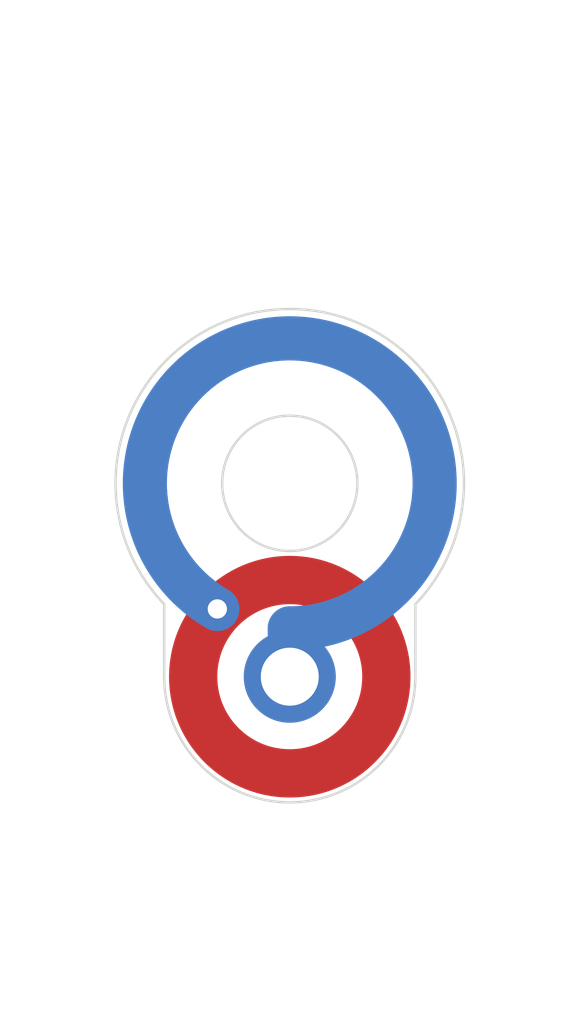
<source format=kicad_pcb>
(kicad_pcb (version 20171130) (host pcbnew "(5.1.9)-1")

  (general
    (thickness 1.6)
    (drawings 5)
    (tracks 0)
    (zones 0)
    (modules 1)
    (nets 2)
  )

  (page A4)
  (title_block
    (title "Open PCB LGR - COUPLING LOOP 4mm_6mm")
    (date 2022-07-15)
    (rev 1.0)
    (company "Bridge12 Technologies, Inc.")
    (comment 1 "X-Band Loop Gap Resonator Coupling Loop")
    (comment 4 "Timothy Keller")
  )

  (layers
    (0 F.Cu signal)
    (31 B.Cu signal)
    (32 B.Adhes user)
    (33 F.Adhes user)
    (34 B.Paste user)
    (35 F.Paste user)
    (36 B.SilkS user)
    (37 F.SilkS user)
    (38 B.Mask user)
    (39 F.Mask user)
    (40 Dwgs.User user)
    (41 Cmts.User user)
    (42 Eco1.User user)
    (43 Eco2.User user)
    (44 Edge.Cuts user)
    (45 Margin user)
    (46 B.CrtYd user)
    (47 F.CrtYd user)
    (48 B.Fab user)
    (49 F.Fab user)
  )

  (setup
    (last_trace_width 0.25)
    (user_trace_width 1.27)
    (trace_clearance 0.2)
    (zone_clearance 0.508)
    (zone_45_only no)
    (trace_min 0.2)
    (via_size 0.8)
    (via_drill 0.4)
    (via_min_size 0.4)
    (via_min_drill 0.3)
    (uvia_size 0.3)
    (uvia_drill 0.1)
    (uvias_allowed no)
    (uvia_min_size 0.2)
    (uvia_min_drill 0.1)
    (edge_width 0.05)
    (segment_width 0.2)
    (pcb_text_width 0.3)
    (pcb_text_size 1.5 1.5)
    (mod_edge_width 0.12)
    (mod_text_size 1 1)
    (mod_text_width 0.15)
    (pad_size 1.524 1.524)
    (pad_drill 0.762)
    (pad_to_mask_clearance 0)
    (aux_axis_origin 0 0)
    (visible_elements 7FFFFFFF)
    (pcbplotparams
      (layerselection 0x010fc_ffffffff)
      (usegerberextensions false)
      (usegerberattributes true)
      (usegerberadvancedattributes true)
      (creategerberjobfile true)
      (excludeedgelayer true)
      (linewidth 0.100000)
      (plotframeref false)
      (viasonmask false)
      (mode 1)
      (useauxorigin false)
      (hpglpennumber 1)
      (hpglpenspeed 20)
      (hpglpendiameter 15.000000)
      (psnegative false)
      (psa4output false)
      (plotreference true)
      (plotvalue true)
      (plotinvisibletext false)
      (padsonsilk false)
      (subtractmaskfromsilk false)
      (outputformat 1)
      (mirror false)
      (drillshape 0)
      (scaleselection 1)
      (outputdirectory "gerbers_4mm_6mm_COUPLING_LOOP_Rev1.0/"))
  )

  (net 0 "")
  (net 1 "Net-(AE1-Pad1)")

  (net_class Default "This is the default net class."
    (clearance 0.2)
    (trace_width 0.25)
    (via_dia 0.8)
    (via_drill 0.4)
    (uvia_dia 0.3)
    (uvia_drill 0.1)
    (add_net "Net-(AE1-Pad1)")
  )

  (module B12T_Open_PCB_LGR:4mm_Offset_6mm_Diameter_141-Semi-Rigid_Coupling_Loop (layer F.Cu) (tedit 624F2470) (tstamp 62D1DE67)
    (at 100 100)
    (path /610DA1B7)
    (fp_text reference AE1 (at 5.08 3.81) (layer F.SilkS) hide
      (effects (font (size 1 1) (thickness 0.15)))
    )
    (fp_text value Antenna (at 0 6.35) (layer F.Fab)
      (effects (font (size 1 1) (thickness 0.15)))
    )
    (fp_circle (center 0 0) (end 2 0) (layer F.Mask) (width 1))
    (fp_circle (center 0 0) (end 2 0) (layer F.Cu) (width 1))
    (fp_line (start 0 0) (end 0 -1) (layer B.Cu) (width 0.9144))
    (fp_arc (start 0 -4) (end 0 -1) (angle -330) (layer B.Cu) (width 0.9144))
    (pad 1 thru_hole circle (at 0 0) (size 1.905 1.905) (drill 1.2) (layers *.Cu *.Mask)
      (net 1 "Net-(AE1-Pad1)"))
    (pad 1 thru_hole circle (at -1.5 -1.401924) (size 0.508 0.508) (drill 0.39878) (layers *.Cu *.Mask)
      (net 1 "Net-(AE1-Pad1)"))
  )

  (gr_arc (start 100 96) (end 102.6 98.5) (angle -267.7533946) (layer Edge.Cuts) (width 0.05))
  (gr_circle (center 100 96) (end 101.4 96) (layer Edge.Cuts) (width 0.05))
  (gr_line (start 102.6 100) (end 102.6 98.5) (layer Edge.Cuts) (width 0.05))
  (gr_line (start 97.4 100) (end 97.4 98.5) (layer Edge.Cuts) (width 0.05))
  (gr_arc (start 100 100) (end 97.4 100) (angle -180) (layer Edge.Cuts) (width 0.05))

  (zone (net 0) (net_name "") (layer F.Mask) (tstamp 62D192FB) (hatch edge 0.508)
    (connect_pads (clearance 0.508))
    (min_thickness 0.254)
    (fill yes (arc_segments 32) (thermal_gap 0.508) (thermal_bridge_width 0.508))
    (polygon
      (pts
        (xy 106 103) (xy 94 103) (xy 94 86) (xy 106 86)
      )
    )
    (filled_polygon
      (pts
        (xy 100.382368 92.413387) (xy 100.760427 92.474131) (xy 101.129916 92.574611) (xy 101.486671 92.713694) (xy 101.826672 92.889812)
        (xy 102.146087 93.100981) (xy 102.441317 93.344821) (xy 102.709033 93.618584) (xy 102.94622 93.919185) (xy 103.150203 94.243236)
        (xy 103.318685 94.587085) (xy 103.449767 94.946858) (xy 103.541971 95.318498) (xy 103.594257 95.697819) (xy 103.606038 96.080546)
        (xy 103.57718 96.462365) (xy 103.508009 96.838973) (xy 103.399303 97.206126) (xy 103.252288 97.559686) (xy 103.068621 97.89567)
        (xy 102.850372 98.210289) (xy 102.6 98.5) (xy 102.6 100) (xy 102.579498 100.325866) (xy 102.518316 100.646594)
        (xy 102.417419 100.957124) (xy 102.278397 101.25256) (xy 102.103444 101.528242) (xy 101.895318 101.779822) (xy 101.657302 102.003334)
        (xy 101.39315 102.195253) (xy 101.107026 102.35255) (xy 100.803444 102.472747) (xy 100.487191 102.553947) (xy 100.163255 102.594869)
        (xy 99.836745 102.594869) (xy 99.512809 102.553947) (xy 99.196556 102.472747) (xy 98.892974 102.35255) (xy 98.60685 102.195253)
        (xy 98.342698 102.003334) (xy 98.104682 101.779822) (xy 97.896556 101.528242) (xy 97.721603 101.25256) (xy 97.582581 100.957124)
        (xy 97.481684 100.646594) (xy 97.420502 100.325866) (xy 97.4 100) (xy 97.4 98.5) (xy 97.149628 98.210289)
        (xy 96.931379 97.89567) (xy 96.747712 97.559686) (xy 96.600697 97.206126) (xy 96.491991 96.838973) (xy 96.42282 96.462365)
        (xy 96.393962 96.080546) (xy 96.400095 95.881272) (xy 98.605044 95.881272) (xy 98.605044 96.118728) (xy 98.645174 96.352769)
        (xy 98.72428 96.576662) (xy 98.840086 96.783965) (xy 98.989261 96.968714) (xy 99.167514 97.125596) (xy 99.369715 97.250096)
        (xy 99.590048 97.338633) (xy 99.822175 97.388661) (xy 100.059418 97.398739) (xy 100.294951 97.368577) (xy 100.521999 97.299045)
        (xy 100.73403 97.192141) (xy 100.924945 97.050941) (xy 101.08925 96.879508) (xy 101.22222 96.682773) (xy 101.320028 96.466396)
        (xy 101.379862 96.236601) (xy 101.4 96) (xy 101.379862 95.763399) (xy 101.320028 95.533604) (xy 101.22222 95.317227)
        (xy 101.08925 95.120492) (xy 100.924945 94.949059) (xy 100.73403 94.807859) (xy 100.521999 94.700955) (xy 100.294951 94.631423)
        (xy 100.059418 94.601261) (xy 99.822175 94.611339) (xy 99.590048 94.661367) (xy 99.369715 94.749904) (xy 99.167514 94.874404)
        (xy 98.989261 95.031286) (xy 98.840086 95.216035) (xy 98.72428 95.423338) (xy 98.645174 95.647231) (xy 98.605044 95.881272)
        (xy 96.400095 95.881272) (xy 96.405743 95.697819) (xy 96.458029 95.318498) (xy 96.550233 94.946858) (xy 96.681315 94.587085)
        (xy 96.849797 94.243236) (xy 97.05378 93.919185) (xy 97.290967 93.618584) (xy 97.558683 93.344821) (xy 97.853913 93.100981)
        (xy 98.173328 92.889812) (xy 98.513329 92.713694) (xy 98.870084 92.574611) (xy 99.239573 92.474131) (xy 99.617632 92.413387)
        (xy 100 92.393062)
      )
    )
  )
  (zone (net 0) (net_name "") (layer B.Mask) (tstamp 62D192F8) (hatch edge 0.508)
    (connect_pads (clearance 0.508))
    (min_thickness 0.254)
    (fill yes (arc_segments 32) (thermal_gap 0.508) (thermal_bridge_width 0.508))
    (polygon
      (pts
        (xy 104.5 98.5) (xy 99.25 98.5) (xy 99.25 99.25) (xy 96 99.25) (xy 96 92)
        (xy 104.5 92)
      )
    )
    (filled_polygon
      (pts
        (xy 100.382368 92.413387) (xy 100.760427 92.474131) (xy 101.129916 92.574611) (xy 101.486671 92.713694) (xy 101.826672 92.889812)
        (xy 102.146087 93.100981) (xy 102.441317 93.344821) (xy 102.709033 93.618584) (xy 102.94622 93.919185) (xy 103.150203 94.243236)
        (xy 103.318685 94.587085) (xy 103.449767 94.946858) (xy 103.541971 95.318498) (xy 103.594257 95.697819) (xy 103.606038 96.080546)
        (xy 103.57718 96.462365) (xy 103.508009 96.838973) (xy 103.399303 97.206126) (xy 103.252288 97.559686) (xy 103.068621 97.89567)
        (xy 102.850372 98.210289) (xy 102.709755 98.373) (xy 99.25 98.373) (xy 99.225224 98.37544) (xy 99.201399 98.382667)
        (xy 99.179443 98.394403) (xy 99.160197 98.410197) (xy 99.144403 98.429443) (xy 99.132667 98.451399) (xy 99.12544 98.475224)
        (xy 99.123 98.5) (xy 99.123 99.123) (xy 97.4 99.123) (xy 97.4 98.5) (xy 97.149628 98.210289)
        (xy 96.931379 97.89567) (xy 96.747712 97.559686) (xy 96.600697 97.206126) (xy 96.491991 96.838973) (xy 96.42282 96.462365)
        (xy 96.393962 96.080546) (xy 96.400095 95.881272) (xy 98.605044 95.881272) (xy 98.605044 96.118728) (xy 98.645174 96.352769)
        (xy 98.72428 96.576662) (xy 98.840086 96.783965) (xy 98.989261 96.968714) (xy 99.167514 97.125596) (xy 99.369715 97.250096)
        (xy 99.590048 97.338633) (xy 99.822175 97.388661) (xy 100.059418 97.398739) (xy 100.294951 97.368577) (xy 100.521999 97.299045)
        (xy 100.73403 97.192141) (xy 100.924945 97.050941) (xy 101.08925 96.879508) (xy 101.22222 96.682773) (xy 101.320028 96.466396)
        (xy 101.379862 96.236601) (xy 101.4 96) (xy 101.379862 95.763399) (xy 101.320028 95.533604) (xy 101.22222 95.317227)
        (xy 101.08925 95.120492) (xy 100.924945 94.949059) (xy 100.73403 94.807859) (xy 100.521999 94.700955) (xy 100.294951 94.631423)
        (xy 100.059418 94.601261) (xy 99.822175 94.611339) (xy 99.590048 94.661367) (xy 99.369715 94.749904) (xy 99.167514 94.874404)
        (xy 98.989261 95.031286) (xy 98.840086 95.216035) (xy 98.72428 95.423338) (xy 98.645174 95.647231) (xy 98.605044 95.881272)
        (xy 96.400095 95.881272) (xy 96.405743 95.697819) (xy 96.458029 95.318498) (xy 96.550233 94.946858) (xy 96.681315 94.587085)
        (xy 96.849797 94.243236) (xy 97.05378 93.919185) (xy 97.290967 93.618584) (xy 97.558683 93.344821) (xy 97.853913 93.100981)
        (xy 98.173328 92.889812) (xy 98.513329 92.713694) (xy 98.870084 92.574611) (xy 99.239573 92.474131) (xy 99.617632 92.413387)
        (xy 100 92.393062)
      )
    )
  )
)

</source>
